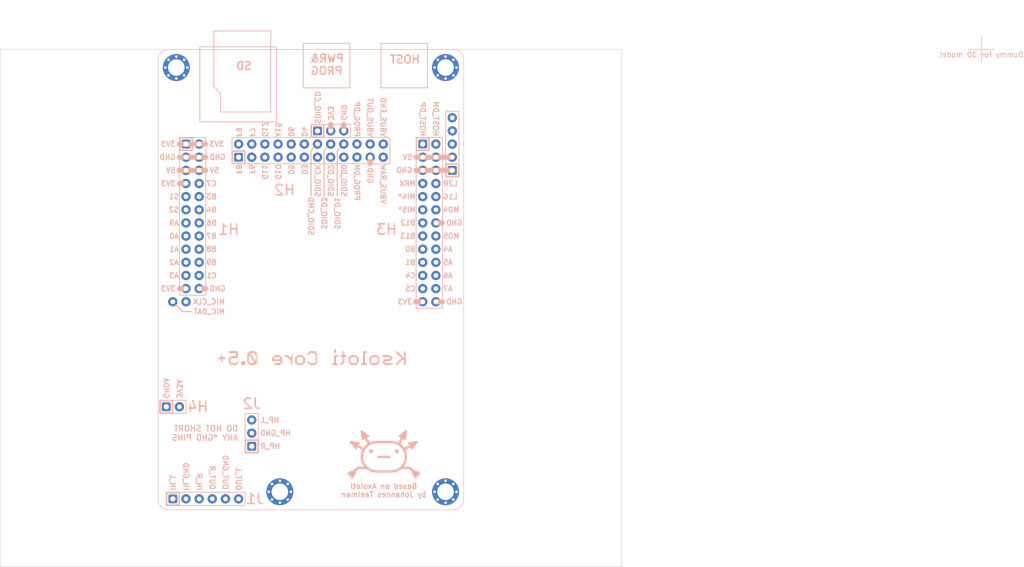
<source format=kicad_pcb>
(kicad_pcb (version 20221018) (generator pcbnew)
  (title_block (title "Ksoloti Core") (date "2023-08-21") (rev "v0.6"))
  (layers (0 "F.Cu" signal) (1 "In1.Cu" signal) (2 "In2.Cu" signal) (31 "B.Cu" signal) (34 "B.Paste" user) (35 "F.Paste" user) (36 "B.SilkS" user "B.Silkscreen") (37 "F.SilkS" user "F.Silkscreen") (38 "B.Mask" user) (39 "F.Mask" user) (44 "Edge.Cuts" user))
  (net 0 "")
  (net 1 "GND")
  (net 2 "PC7")
  (net 3 "S1_BOOT0")
  (net 4 "PB3")
  (net 5 "S2")
  (net 6 "PB4")
  (net 7 "PA9")
  (net 8 "PB6")
  (net 9 "PA0")
  (net 10 "PB7")
  (net 11 "PA1")
  (net 12 "PB8")
  (net 13 "+3.3V")
  (net 14 "PA2")
  (net 15 "PB9")
  (net 16 "PA3")
  (net 17 "PC1")
  (net 18 "PF8")
  (net 19 "PF9")
  (net 20 "PF6")
  (net 21 "PF7")
  (net 22 "PG11")
  (net 23 "+5V")
  (net 24 "VBUS_OUT")
  (net 25 "PG12")
  (net 26 "PG10")
  (net 27 "PA15")
  (net 28 "VBUS_RAW")
  (net 29 "PD5")
  (net 30 "PD6")
  (net 31 "PD3")
  (net 32 "PD4")
  (net 33 "SDIO_CK")
  (net 34 "SDIO_CMD")
  (net 35 "SDIO_D2")
  (net 36 "SDIO_D3")
  (net 37 "VBUS_END")
  (net 38 "SDIO_D0")
  (net 39 "SDIO_D1")
  (net 40 "PROG_DM")
  (net 41 "PROG_DP")
  (net 42 "HOST_DP")
  (net 43 "HOST_DM")
  (net 44 "MIDI_RX")
  (net 45 "LED2R")
  (net 46 "MI4*")
  (net 47 "LED1G")
  (net 48 "MI5*")
  (net 49 "MO4")
  (net 50 "PB12")
  (net 51 "PB13")
  (net 52 "MO5")
  (net 53 "PB0")
  (net 54 "PA4")
  (net 55 "PB1")
  (net 56 "PA5")
  (net 57 "PC4")
  (net 58 "PA6")
  (net 59 "PC5")
  (net 60 "PA7")
  (net 61 "SDIO_DETECT")
  (net 62 "DMIC_DATA")
  (net 63 "IN_L")
  (net 64 "IN_GND")
  (net 65 "IN_R")
  (net 66 "OUT_R")
  (net 67 "OUT_GND")
  (net 68 "OUT_L")
  (net 69 "HP_R")
  (net 70 "HP_GND")
  (net 71 "HP_L")
  (net 72 "MIDI_TX")
  (net 73 "GNDA")
  (net 74 "+3.3VA")
  (net 75 "DMIC_CLK")
  (footprint "ksoloti_shield_footprints:PinSocket_1x01_P2.54mm_Vertical_smcrt_round" (layer "B.Cu") (at 170.184096 78.998 180)
    (fp_text reference "H3_P13" hide)
    (fp_text value "PB12")
    (pad "1" thru_hole circle (at 0 0 180) (size 1.8 1.8) (drill 0.9) (layers "*.Cu" "*.Mask") (net 50 "PB12"))
  )
  (footprint "ksoloti_shield_footprints:PinSocket_1x01_P2.54mm_Vertical_smcrt_round" (layer "B.Cu") (at 124.464096 68.838 180)
    (fp_text reference "H1_P5" hide)
    (fp_text value "+5V")
    (pad "1" thru_hole circle (at 0 0 180) (size 1.8 1.8) (drill 0.9) (layers "*.Cu" "*.Mask") (net 23 "+5V"))
  )
  (footprint "ksoloti_shield_footprints:PinSocket_1x01_P2.54mm_Vertical_smcrt_round" (layer "B.Cu") (at 127.004096 86.618 180)
    (fp_text reference "H1_P20" hide)
    (fp_text value "PB9")
    (pad "1" thru_hole circle (at 0 0 180) (size 1.8 1.8) (drill 0.9) (layers "*.Cu" "*.Mask") (net 15 "PB9"))
  )
  (footprint "ksoloti_shield_footprints:PinSocket_1x01_P2.54mm_Vertical_smcrt_round" (layer "B.Cu") (at 172.724096 94.238 180)
    (fp_text reference "H3_P26" hide)
    (fp_text value "GND")
    (pad "1" thru_hole circle (at 0 0 180) (size 1.8 1.8) (drill 0.9) (layers "*.Cu" "*.Mask") (net 1 "GND"))
  )
  (footprint "ksoloti_shield_footprints:PinSocket_1x01_P2.54mm_Vertical_smcrt_round" (layer "B.Cu") (at 172.724096 68.838 180)
    (fp_text reference "H3_P6" hide)
    (fp_text value "GND")
    (pad "1" thru_hole circle (at 0 0 180) (size 1.8 1.8) (drill 0.9) (layers "*.Cu" "*.Mask") (net 1 "GND"))
  )
  (footprint "ksoloti_shield_footprints:PinSocket_1x01_P2.54mm_Vertical_smcrt_round" (layer "B.Cu") (at 172.724096 76.458 180)
    (fp_text reference "H3_P12" hide)
    (fp_text value "MO4")
    (pad "1" thru_hole circle (at 0 0 180) (size 1.8 1.8) (drill 0.9) (layers "*.Cu" "*.Mask") (net 49 "MO4"))
  )
  (footprint "ksoloti_shield_footprints:PinSocket_1x01_P2.54mm_Vertical_smcrt_sqr" (layer "B.Cu") (at 121.924096 132.338 180)
    (fp_text reference "J1_P1" hide)
    (fp_text value "IN_L")
    (pad "1" thru_hole roundrect (at 0 0 180) (size 1.7 1.7) (drill 1) (layers "*.Cu" "*.Mask") (roundrect_rratio 0.1470588235) (net 63 "IN_L"))
  )
  (footprint "ksoloti_shield_footprints:PinSocket_1x01_P2.54mm_Vertical_smcrt_round" (layer "B.Cu") (at 172.724096 73.918 180)
    (fp_text reference "H3_P10" hide)
    (fp_text value "LED1G")
    (pad "1" thru_hole circle (at 0 0 180) (size 1.8 1.8) (drill 0.9) (layers "*.Cu" "*.Mask") (net 47 "LED1G"))
  )
  (footprint "ksoloti_shield_footprints:PinSocket_1x01_P2.54mm_Vertical_smcrt_sqr" (layer "B.Cu") (at 120.654096 114.543 180)
    (fp_text reference "H4_P1" hide)
    (fp_text value "GNDA")
    (pad "1" thru_hole roundrect (at 0 0 180) (size 1.7 1.7) (drill 1) (layers "*.Cu" "*.Mask") (roundrect_rratio 0.1470588235) (net 73 "GNDA"))
  )
  (footprint "ksoloti_shield_footprints:PinSocket_1x01_P2.54mm_Vertical_smcrt_round" (layer "B.Cu") (at 142.244096 63.758 180)
    (fp_text reference "H2_P8" hide)
    (fp_text value "PA15")
    (pad "1" thru_hole circle (at 0 0 180) (size 1.8 1.8) (drill 0.9) (layers "*.Cu" "*.Mask") (net 27 "PA15"))
  )
  (footprint "ksoloti_shield_footprints:PinSocket_1x01_P2.54mm_Vertical_smcrt_round" (layer "B.Cu") (at 170.184096 94.238 180)
    (fp_text reference "H3_P25" hide)
    (fp_text value "+3.3V")
    (pad "1" thru_hole circle (at 0 0 180) (size 1.8 1.8) (drill 0.9) (layers "*.Cu" "*.Mask") (net 13 "+3.3V"))
  )
  (footprint "ksoloti_shield_footprints:PinSocket_1x01_P2.54mm_Vertical_smcrt_round" (layer "B.Cu") (at 160.024096 66.298 180)
    (fp_text reference "H2_P21" hide)
    (fp_text value "GND")
    (pad "1" thru_hole circle (at 0 0 180) (size 1.8 1.8) (drill 0.9) (layers "*.Cu" "*.Mask") (net 1 "GND"))
  )
  (footprint "ksoloti_shield_footprints:PinSocket_1x01_P2.54mm_Vertical_smcrt_round" (layer "B.Cu") (at 172.724096 81.538 180)
    (fp_text reference "H3_P16" hide)
    (fp_text value "MO5")
    (pad "1" thru_hole circle (at 0 0 180) (size 1.8 1.8) (drill 0.9) (layers "*.Cu" "*.Mask") (net 52 "MO5"))
  )
  (footprint "ksoloti_shield_footprints:PinSocket_1x01_P2.54mm_Vertical_smcrt_round" (layer "B.Cu") (at 170.184096 89.158 180)
    (fp_text reference "H3_P21" hide)
    (fp_text value "PC4")
    (pad "1" thru_hole circle (at 0 0 180) (size 1.8 1.8) (drill 0.9) (layers "*.Cu" "*.Mask") (net 57 "PC4"))
  )
  (footprint "ksoloti_shield_footprints:PinSocket_1x01_P2.54mm_Vertical_smcrt_round" (layer "B.Cu") (at 147.324096 63.758 180)
    (fp_text reference "H2_P12" hide)
    (fp_text value "PD4")
    (pad "1" thru_hole circle (at 0 0 180) (size 1.8 1.8) (drill 0.9) (layers "*.Cu" "*.Mask") (net 32 "PD4"))
  )
  (footprint "ksoloti_shield_footprints:PinSocket_1x01_P2.54mm_Vertical_smcrt_round" (layer "B.Cu") (at 144.784096 63.758 180)
    (fp_text reference "H2_P10" hide)
    (fp_text value "PD6")
    (pad "1" thru_hole circle (at 0 0 180) (size 1.8 1.8) (drill 0.9) (layers "*.Cu" "*.Mask") (net 30 "PD6"))
  )
  (footprint "ksoloti_shield_footprints:PinSocket_1x01_P2.54mm_Vertical_smcrt_round" (layer "B.Cu") (at 170.184096 66.298 180)
    (fp_text reference "H3_P3" hide)
    (fp_text value "+5V")
    (pad "1" thru_hole circle (at 0 0 180) (size 1.8 1.8) (drill 0.9) (layers "*.Cu" "*.Mask") (net 23 "+5V"))
  )
  (footprint "ksoloti_shield_footprints:PinSocket_1x01_P2.54mm_Vertical_smcrt_round" (layer "B.Cu") (at 124.464096 86.618 180)
    (fp_text reference "H1_P19" hide)
    (fp_text value "PA2")
    (pad "1" thru_hole circle (at 0 0 180) (size 1.8 1.8) (drill 0.9) (layers "*.Cu" "*.Mask") (net 14 "PA2"))
  )
  (footprint "ksoloti_shield_footprints:PinSocket_1x01_P2.54mm_Vertical_smcrt_round" (layer "B.Cu") (at 124.464096 71.378 180)
    (fp_text reference "H1_P7" hide)
    (fp_text value "+3.3V")
    (pad "1" thru_hole circle (at 0 0 180) (size 1.8 1.8) (drill 0.9) (layers "*.Cu" "*.Mask") (net 13 "+3.3V"))
  )
  (footprint "ksoloti_shield_footprints:MountingHole_3.2mm_M3_Pad_Via_tight" (layer "B.Cu") (at 122.594096 48.968 180)
    (fp_text reference "MH1")
    (fp_text value "MountingHole")
    (pad "1" thru_hole circle (at -2.116422 0 315) (size 0.8 0.8) (drill 0.5) (layers "*.Cu" "*.Mask") (net 1 "GND"))
    (pad "1" thru_hole circle (at -1.502603 -1.502603 315) (size 0.8 0.8) (drill 0.5) (layers "*.Cu" "*.Mask") (net 1 "GND"))
    (pad "1" thru_hole circle (at -1.502603 1.502603 315) (size 0.8 0.8) (drill 0.5) (layers "*.Cu" "*.Mask") (net 1 "GND"))
    (pad "1" thru_hole circle (at 0 -2.116422 315) (size 0.8 0.8) (drill 0.5) (layers "*.Cu" "*.Mask") (net 1 "GND"))
    (pad "1" thru_hole circle (at 0 0 315) (size 5.2 5.2) (drill 3.2) (layers "*.Cu" "*.Mask") (net 1 "GND"))
    (pad "1" thru_hole circle (at 0 2.116422 315) (size 0.8 0.8) (drill 0.5) (layers "*.Cu" "*.Mask") (net 1 "GND"))
    (pad "1" thru_hole circle (at 1.502603 -1.502603 315) (size 0.8 0.8) (drill 0.5) (layers "*.Cu" "*.Mask") (net 1 "GND"))
    (pad "1" thru_hole circle (at 1.502603 1.502603 315) (size 0.8 0.8) (drill 0.5) (layers "*.Cu" "*.Mask") (net 1 "GND"))
    (pad "1" thru_hole circle (at 2.116422 0 315) (size 0.8 0.8) (drill 0.5) (layers "*.Cu" "*.Mask") (net 1 "GND"))
  )
  (footprint "ksoloti_shield_footprints:PinSocket_1x01_P2.54mm_Vertical_smcrt_round" (layer "B.Cu") (at 127.004096 63.758 180)
    (fp_text reference "H1_P2" hide)
    (fp_text value "+3.3V")
    (pad "1" thru_hole circle (at 0 0 180) (size 1.8 1.8) (drill 0.9) (layers "*.Cu" "*.Mask") (net 13 "+3.3V"))
  )
  (footprint "ksoloti_shield_footprints:PinSocket_1x01_P2.54mm_Vertical_smcrt_sqr" (layer "B.Cu") (at 170.184096 63.758 180)
    (fp_text reference "H3_P1" hide)
    (fp_text value "HOST_DP")
    (pad "1" thru_hole roundrect (at 0 0 180) (size 1.7 1.7) (drill 1) (layers "*.Cu" "*.Mask") (roundrect_rratio 0.1470588235) (net 42 "HOST_DP"))
  )
  (footprint "ksoloti_shield_footprints:PinSocket_1x01_P2.54mm_Vertical_smcrt_round" (layer "B.Cu") (at 142.244096 66.298 180)
    (fp_text reference "H2_P7" hide)
    (fp_text value "PG10")
    (pad "1" thru_hole circle (at 0 0 180) (size 1.8 1.8) (drill 0.9) (layers "*.Cu" "*.Mask") (net 26 "PG10"))
  )
  (footprint "ksoloti_shield_footprints:PinSocket_1x01_P2.54mm_Vertical_smcrt_round" (layer "B.Cu") (at 172.724096 78.998 180)
    (fp_text reference "H3_P14" hide)
    (fp_text value "GND")
    (pad "1" thru_hole circle (at 0 0 180) (size 1.8 1.8) (drill 0.9) (layers "*.Cu" "*.Mask") (net 1 "GND"))
  )
  (footprint "ksoloti_shield_footprints:PinSocket_1x01_P2.54mm_Vertical_smcrt_sqr" (layer "B.Cu") (at 134.624096 66.298 90)
    (fp_text reference "H2_P1" hide)
    (fp_text value "PF8")
    (pad "1" thru_hole roundrect (at 0 0 90) (size 1.7 1.7) (drill 1) (layers "*.Cu" "*.Mask") (roundrect_rratio 0.1470588235) (net 18 "PF8"))
  )
  (footprint "ksoloti_shield_footprints:PinSocket_1x01_P2.54mm_Vertical_smcrt_sqr" (layer "B.Cu") (at 137.164096 122.178 180)
    (fp_text reference "J2_P1" hide)
    (fp_text value "HP_R")
    (pad "1" thru_hole roundrect (at 0 0 180) (size 1.7 1.7) (drill 1) (layers "*.Cu" "*.Mask") (roundrect_rratio 0.1470588235) (net 69 "HP_R"))
  )
  (footprint "ksoloti_shield_footprints:PinSocket_1x01_P2.54mm_Vertical_smcrt_round" (layer "B.Cu") (at 172.724096 84.078 180)
    (fp_text reference "H3_P18" hide)
    (fp_text value "PA4")
    (pad "1" thru_hole circle (at 0 0 180) (size 1.8 1.8) (drill 0.9) (layers "*.Cu" "*.Mask") (net 54 "PA4"))
  )
  (footprint "ksoloti_shield_footprints:PinSocket_1x01_P2.54mm_Vertical_smcrt_round" (layer "B.Cu") (at 124.464096 66.298 180)
    (fp_text reference "H1_P3" hide)
    (fp_text value "GND")
    (pad "1" thru_hole circle (at 0 0 180) (size 1.8 1.8) (drill 0.9) (layers "*.Cu" "*.Mask") (net 1 "GND"))
  )
  (footprint "ksoloti_shield_footprints:PinSocket_1x01_P2.54mm_Vertical_smcrt_round" (layer "B.Cu") (at 134.624096 63.758 180)
    (fp_text reference "H2_P2" hide)
    (fp_text value "PF9")
    (pad "1" thru_hole circle (at 0 0 180) (size 1.8 1.8) (drill 0.9) (layers "*.Cu" "*.Mask") (net 19 "PF9"))
  )
  (footprint "ksoloti_shield_footprints:PinSocket_1x01_P2.54mm_Vertical_smcrt_round" (layer "B.Cu") (at 127.004096 89.158 180)
    (fp_text reference "H1_P22" hide)
    (fp_text value "PC1")
    (pad "1" thru_hole circle (at 0 0 180) (size 1.8 1.8) (drill 0.9) (layers "*.Cu" "*.Mask") (net 17 "PC1"))
  )
  (footprint "ksoloti_shield_footprints:PinSocket_1x01_P2.54mm_Vertical_smcrt_round" (layer "B.Cu") (at 132.084096 132.338 180)
    (fp_text reference "J1_P5" hide)
    (fp_text value "OUT_GND")
    (pad "1" thru_hole circle (at 0 0 180) (size 1.8 1.8) (drill 0.9) (layers "*.Cu" "*.Mask") (net 67 "OUT_GND"))
  )
  (footprint "ksoloti_shield_footprints:PinSocket_1x01_P2.54mm_Vertical_smcrt_round" (layer "B.Cu") (at 157.484096 63.758 180)
    (fp_text reference "H2_P20" hide)
    (fp_text value "PROG_DP")
    (pad "1" thru_hole circle (at 0 0 180) (size 1.8 1.8) (drill 0.9) (layers "*.Cu" "*.Mask") (net 41 "PROG_DP"))
  )
  (footprint "ksoloti_shield_footprints:PinSocket_1x01_P2.54mm_Vertical_smcrt_round" (layer "B.Cu") (at 134.624096 132.338 180)
    (fp_text reference "J1_P6" hide)
    (fp_text value "OUT_L")
    (pad "1" thru_hole circle (at 0 0 180) (size 1.8 1.8) (drill 0.9) (layers "*.Cu" "*.Mask") (net 68 "OUT_L"))
  )
  (footprint "ksoloti_shield_footprints:PinSocket_1x01_P2.54mm_Vertical_smcrt_round" (layer "B.Cu") (at 152.404096 63.758 180)
    (fp_text reference "H2_P16" hide)
    (fp_text value "SDIO_D3")
    (pad "1" thru_hole circle (at 0 0 180) (size 1.8 1.8) (drill 0.9) (layers "*.Cu" "*.Mask") (net 36 "SDIO_D3"))
  )
  (footprint "ksoloti_shield_footprints:PinSocket_1x01_P2.54mm_Vertical_smcrt_round" (layer "B.Cu") (at 129.544096 132.338 180)
    (fp_text reference "J1_P4" hide)
    (fp_text value "OUT_R")
    (pad "1" thru_hole circle (at 0 0 180) (size 1.8 1.8) (drill 0.9) (layers "*.Cu" "*.Mask") (net 66 "OUT_R"))
  )
  (footprint "ksoloti_shield_footprints:PinSocket_1x01_P2.54mm_Vertical_smcrt_round" (layer "B.Cu") (at 137.164096 66.298 180)
    (fp_text reference "H2_P3" hide)
    (fp_text value "PF6")
    (pad "1" thru_hole circle (at 0 0 180) (size 1.8 1.8) (drill 0.9) (layers "*.Cu" "*.Mask") (net 20 "PF6"))
  )
  (footprint "ksoloti_shield_footprints:MountingHole_3.2mm_M3_Pad_Via_tight" (layer "B.Cu") (at 142.594096 130.968 180)
    (fp_text reference "MH2")
    (fp_text value "MountingHole")
    (pad "1" thru_hole circle (at -2.116422 0 315) (size 0.8 0.8) (drill 0.5) (layers "*.Cu" "*.Mask") (net 1 "GND"))
    (pad "1" thru_hole circle (at -1.502603 -1.502603 315) (size 0.8 0.8) (drill 0.5) (layers "*.Cu" "*.Mask") (net 1 "GND"))
    (pad "1" thru_hole circle (at -1.502603 1.502603 315) (size 0.8 0.8) (drill 0.5) (layers "*.Cu" "*.Mask") (net 1 "GND"))
    (pad "1" thru_hole circle (at 0 -2.116422 315) (size 0.8 0.8) (drill 0.5) (layers "*.Cu" "*.Mask") (net 1 "GND"))
    (pad "1" thru_hole circle (at 0 0 315) (size 5.2 5.2) (drill 3.2) (layers "*.Cu" "*.Mask") (net 1 "GND"))
    (pad "1" thru_hole circle (at 0 2.116422 315) (size 0.8 0.8) (drill 0.5) (layers "*.Cu" "*.Mask") (net 1 "GND"))
    (pad "1" thru_hole circle (at 1.502603 -1.502603 315) (size 0.8 0.8) (drill 0.5) (layers "*.Cu" "*.Mask") (net 1 "GND"))
    (pad "1" thru_hole circle (at 1.502603 1.502603 315) (size 0.8 0.8) (drill 0.5) (layers "*.Cu" "*.Mask") (net 1 "GND"))
    (pad "1" thru_hole circle (at 2.116422 0 315) (size 0.8 0.8) (drill 0.5) (layers "*.Cu" "*.Mask") (net 1 "GND"))
  )
  (footprint "ksoloti_shield_footprints:MountingHole_3.2mm_M3_Pad_Via_tight" (layer "B.Cu") (at 174.594096 48.968 180)
    (fp_text reference "MH4")
    (fp_text value "MountingHole")
    (pad "1" thru_hole circle (at -2.116422 0 315) (size 0.8 0.8) (drill 0.5) (layers "*.Cu" "*.Mask") (net 1 "GND"))
    (pad "1" thru_hole circle (at -1.502603 -1.502603 315) (size 0.8 0.8) (drill 0.5) (layers "*.Cu" "*.Mask") (net 1 "GND"))
    (pad "1" thru_hole circle (at -1.502603 1.502603 315) (size 0.8 0.8) (drill 0.5) (layers "*.Cu" "*.Mask") (net 1 "GND"))
    (pad "1" thru_hole circle (at 0 -2.116422 315) (size 0.8 0.8) (drill 0.5) (layers "*.Cu" "*.Mask") (net 1 "GND"))
    (pad "1" thru_hole circle (at 0 0 315) (size 5.2 5.2) (drill 3.2) (layers "*.Cu" "*.Mask") (net 1 "GND"))
    (pad "1" thru_hole circle (at 0 2.116422 315) (size 0.8 0.8) (drill 0.5) (layers "*.Cu" "*.Mask") (net 1 "GND"))
    (pad "1" thru_hole circle (at 1.502603 -1.502603 315) (size 0.8 0.8) (drill 0.5) (layers "*.Cu" "*.Mask") (net 1 "GND"))
    (pad "1" thru_hole circle (at 1.502603 1.502603 315) (size 0.8 0.8) (drill 0.5) (layers "*.Cu" "*.Mask") (net 1 "GND"))
    (pad "1" thru_hole circle (at 2.116422 0 315) (size 0.8 0.8) (drill 0.5) (layers "*.Cu" "*.Mask") (net 1 "GND"))
  )
  (footprint "ksoloti_shield_footprints:PinSocket_1x01_P2.54mm_Vertical_smcrt_round" (layer "B.Cu") (at 154.944096 66.298 180)
    (fp_text reference "H2_P17" hide)
    (fp_text value "SDIO_D0")
    (pad "1" thru_hole circle (at 0 0 180) (size 1.8 1.8) (drill 0.9) (layers "*.Cu" "*.Mask") (net 38 "SDIO_D0"))
  )
  (footprint "ksoloti_shield_footprints:PinSocket_1x01_P2.54mm_Vertical_smcrt_round" (layer "B.Cu") (at 139.704096 63.758 180)
    (fp_text reference "H2_P6" hide)
    (fp_text value "PG12")
    (pad "1" thru_hole circle (at 0 0 180) (size 1.8 1.8) (drill 0.9) (layers "*.Cu" "*.Mask") (net 25 "PG12"))
  )
  (footprint "ksoloti_shield_footprints:PinSocket_1x01_P2.54mm_Vertical_smcrt_round" (layer "B.Cu") (at 127.004096 68.838 180)
    (fp_text reference "H1_P6" hide)
    (fp_text value "+5V")
    (pad "1" thru_hole circle (at 0 0 180) (size 1.8 1.8) (drill 0.9) (layers "*.Cu" "*.Mask") (net 23 "+5V"))
  )
  (footprint "ksoloti_shield_footprints:Dummy for 3D model" (layer "B.Cu") (at 278.094096 45.468 180)
    (fp_text reference "DUMMY1" hide)
    (fp_text value "Dummy for 3D model" (at 0 -1 unlocked) (layer "B.SilkS") (effects (justify mirror)))
  )
  (footprint "ksoloti_shield_footprints:PinSocket_1x01_P2.54mm_Vertical_smcrt_round" (layer "B.Cu") (at 170.184096 86.618 180)
    (fp_text reference "H3_P19" hide)
    (fp_text value "PB1")
    (pad "1" thru_hole circle (at 0 0 180) (size 1.8 1.8) (drill 0.9) (layers "*.Cu" "*.Mask") (net 55 "PB1"))
  )
  (footprint "ksoloti_shield_footprints:PinSocket_1x01_P2.54mm_Vertical_smcrt_round" (layer "B.Cu") (at 175.899096 58.678 180)
    (fp_text reference "J8_P5" hide)
    (fp_text value "VBUS_END")
    (pad "1" thru_hole circle (at 0 0 180) (size 1.8 1.8) (drill 0.9) (layers "*.Cu" "*.Mask") (net 37 "VBUS_END"))
  )
  (footprint "ksoloti_shield_footprints:PinSocket_1x01_P2.54mm_Vertical_smcrt_round" (layer "B.Cu") (at 162.564096 63.758 180)
    (fp_text reference "H2_P24" hide)
    (fp_text value "VBUS_END")
    (pad "1" thru_hole circle (at 0 0 180) (size 1.8 1.8) (drill 0.9) (layers "*.Cu" "*.Mask") (net 37 "VBUS_END"))
  )
  (footprint "ksoloti_shield_footprints:PinSocket_1x01_P2.54mm_Vertical_smcrt_round" (layer "B.Cu") (at 137.164096 117.098 180)
    (fp_text reference "J2_P3" hide)
    (fp_text value "HP_L")
    (pad "1" thru_hole circle (at 0 0 180) (size 1.8 1.8) (drill 0.9) (layers "*.Cu" "*.Mask") (net 71 "HP_L"))
  )
  (footprint "ksoloti_shield_footprints:PinSocket_1x01_P2.54mm_Vertical_smcrt_round" (layer "B.Cu") (at 124.464096 78.998 180)
    (fp_text reference "H1_P13" hide)
    (fp_text value "PA9")
    (pad "1" thru_hole circle (at 0 0 180) (size 1.8 1.8) (drill 0.9) (layers "*.Cu" "*.Mask") (net 7 "PA9"))
  )
  (footprint "ksoloti_shield_footprints:PinSocket_1x01_P2.54mm_Vertical_smcrt_round" (layer "B.Cu") (at 127.004096 84.078 180)
    (fp_text reference "H1_P18" hide)
    (fp_text value "PB8")
    (pad "1" thru_hole circle (at 0 0 180) (size 1.8 1.8) (drill 0.9) (layers "*.Cu" "*.Mask") (net 12 "PB8"))
  )
  (footprint "LOGO" (layer "B.Cu") (at 162.773112 123.575 180)
    (fp_text reference "G513513")
    (fp_text value "LOGO")
  )
  (footprint "ksoloti_shield_footprints:PinSocket_1x01_P2.54mm_Vertical_smcrt_round" (layer "B.Cu") (at 172.724096 91.698 180)
    (fp_text reference "H3_P24" hide)
    (fp_text value "PA7")
    (pad "1" thru_hole circle (at 0 0 180) (size 1.8 1.8) (drill 0.9) (layers "*.Cu" "*.Mask") (net 60 "PA7"))
  )
  (footprint "ksoloti_shield_footprints:PinSocket_1x01_P2.54mm_Vertical_smcrt_round" (layer "B.Cu") (at 170.184096 91.698 180)
    (fp_text reference "H3_P23" hide)
    (fp_text value "PC5")
    (pad "1" thru_hole circle (at 0 0 180) (size 1.8 1.8) (drill 0.9) (layers "*.Cu" "*.Mask") (net 59 "PC5"))
  )
  (footprint "ksoloti_shield_footprints:PinSocket_1x01_P2.54mm_Vertical_smcrt_round" (layer "B.Cu") (at 127.004096 78.998 180)
    (fp_text reference "H1_P14" hide)
    (fp_text value "PB6")
    (pad "1" thru_hole circle (at 0 0 180) (size 1.8 1.8) (drill 0.9) (layers "*.Cu" "*.Mask") (net 8 "PB6"))
  )
  (footprint "ksoloti_shield_footprints:PinSocket_1x01_P2.54mm_Vertical_smcrt_round" (layer "B.Cu") (at 127.004096 81.538 180)
    (fp_text reference "H1_P16" hide)
    (fp_text value "PB7")
    (pad "1" thru_hole circle (at 0 0 180) (size 1.8 1.8) (drill 0.9) (layers "*.Cu" "*.Mask") (net 10 "PB7"))
  )
  (footprint "ksoloti_shield_footprints:PinSocket_1x01_P2.54mm_Vertical_smcrt_round" (layer "B.Cu") (at 170.184096 68.838 180)
    (fp_text reference "H3_P5" hide)
    (fp_text value "GND")
    (pad "1" thru_hole circle (at 0 0 180) (size 1.8 1.8) (drill 0.9) (layers "*.Cu" "*.Mask") (net 1 "GND"))
  )
  (footprint "ksoloti_shield_footprints:PinSocket_1x01_P2.54mm_Vertical_smcrt_round" (layer "B.Cu") (at 124.464096 84.078 180)
    (fp_text reference "H1_P17" hide)
    (fp_text value "PA1")
    (pad "1" thru_hole circle (at 0 0 180) (size 1.8 1.8) (drill 0.9) (layers "*.Cu" "*.Mask") (net 11 "PA1"))
  )
  (footprint "ksoloti_shield_footprints:PinSocket_1x01_P2.54mm_Vertical_smcrt_round" (layer "B.Cu") (at 157.484096 66.298 180)
    (fp_text reference "H2_P19" hide)
    (fp_text value "PROG_DM")
    (pad "1" thru_hole circle (at 0 0 180) (size 1.8 1.8) (drill 0.9) (layers "*.Cu" "*.Mask") (net 40 "PROG_DM"))
  )
  (footprint "ksoloti_shield_footprints:PinSocket_1x01_P2.54mm_Vertical_smcrt_round" (layer "B.Cu") (at 170.184096 71.378 180)
    (fp_text reference "H3_P7" hide)
    (fp_text value "MIDI_RX")
    (pad "1" thru_hole circle (at 0 0 180) (size 1.8 1.8) (drill 0.9) (layers "*.Cu" "*.Mask") (net 44 "MIDI_RX"))
  )
  (footprint "ksoloti_shield_footprints:PinSocket_1x01_P2.54mm_Vertical_smcrt_round" (layer "B.Cu") (at 127.004096 71.378 180)
    (fp_text reference "H1_P8" hide)
    (fp_text value "PC7")
    (pad "1" thru_hole circle (at 0 0 180) (size 1.8 1.8) (drill 0.9) (layers "*.Cu" "*.Mask") (net 2 "PC7"))
  )
  (footprint "ksoloti_shield_footprints:PinSocket_1x01_P2.54mm_Vertical_smcrt_round" (layer "B.Cu") (at 172.724096 89.158 180)
    (fp_text reference "H3_P22" hide)
    (fp_text value "PA6")
    (pad "1" thru_hole circle (at 0 0 180) (size 1.8 1.8) (drill 0.9) (layers "*.Cu" "*.Mask") (net 58 "PA6"))
  )
  (footprint "ksoloti_shield_footprints:PinSocket_1x01_P2.54mm_Vertical_smcrt_round" (layer "B.Cu") (at 149.864096 63.758 180)
    (fp_text reference "H2_P14" hide)
    (fp_text value "SDIO_CMD")
    (pad "1" thru_hole circle (at 0 0 180) (size 1.8 1.8) (drill 0.9) (layers "*.Cu" "*.Mask") (net 34 "SDIO_CMD"))
  )
  (footprint "ksoloti_shield_footprints:PinSocket_1x01_P2.54mm_Vertical_smcrt_round" (layer "B.Cu") (at 170.184096 84.078 180)
    (fp_text reference "H3_P17" hide)
    (fp_text value "PB0")
    (pad "1" thru_hole circle (at 0 0 180) (size 1.8 1.8) (drill 0.9) (layers "*.Cu" "*.Mask") (net 53 "PB0"))
  )
  (footprint "ksoloti_shield_footprints:PinSocket_1x01_P2.54mm_Vertical_smcrt_round" (layer "B.Cu") (at 170.184096 76.458 180)
    (fp_text reference "H3_P11" hide)
    (fp_text value "MI5")
    (pad "1" thru_hole circle (at 0 0 180) (size 1.8 1.8) (drill 0.9) (layers "*.Cu" "*.Mask") (net 48 "MI5*"))
  )
  (footprint "ksoloti_shield_footprints:PinSocket_1x01_P2.54mm_Vertical_smcrt_round" (layer "B.Cu") (at 137.164096 119.638 180)
    (fp_text reference "J2_P2" hide)
    (fp_text value "HP_GND")
    (pad "1" thru_hole circle (at 0 0 180) (size 1.8 1.8) (drill 0.9) (layers "*.Cu" "*.Mask") (net 70 "HP_GND"))
  )
  (footprint "ksoloti_shield_footprints:PinSocket_1x01_P2.54mm_Vertical_smcrt_round" (layer "B.Cu") (at 124.464096 132.338 180)
    (fp_text reference "J1_P2" hide)
    (fp_text value "IN_GND")
    (pad "1" thru_hole circle (at 0 0 180) (size 1.8 1.8) (drill 0.9) (layers "*.Cu" "*.Mask") (net 64 "IN_GND"))
  )
  (footprint "ksoloti_shield_footprints:PinSocket_1x01_P2.54mm_Vertical_smcrt_round" (layer "B.Cu") (at 170.184096 81.538 180)
    (fp_text reference "H3_P15" hide)
    (fp_text value "PB13")
    (pad "1" thru_hole circle (at 0 0 180) (size 1.8 1.8) (drill 0.9) (layers "*.Cu" "*.Mask") (net 51 "PB13"))
  )
  (footprint "ksoloti_shield_footprints:PinSocket_1x01_P2.54mm_Vertical_smcrt_round" (layer "B.Cu") (at 124.464096 94.238 180)
    (fp_text reference "H6_P2" hide)
    (fp_text value "DMIC_CLK")
    (pad "1" thru_hole circle (at 0 0 180) (size 1.8 1.8) (drill 0.9) (layers "*.Cu" "*.Mask") (net 75 "DMIC_CLK"))
  )
  (footprint "ksoloti_shield_footprints:PinSocket_1x01_P2.54mm_Vertical_smcrt_round" (layer "B.Cu") (at 124.464096 73.918 180)
    (fp_text reference "H1_P9" hide)
    (fp_text value "S1_BOOT0")
    (pad "1" thru_hole circle (at 0 0 180) (size 1.8 1.8) (drill 0.9) (layers "*.Cu" "*.Mask") (net 3 "S1_BOOT0"))
  )
  (footprint "ksoloti_shield_footprints:PinSocket_1x01_P2.54mm_Vertical_smcrt_round" (layer "B.Cu") (at 154.944096 63.758 180)
    (fp_text reference "H2_P18" hide)
    (fp_text value "SDIO_D1")
    (pad "1" thru_hole circle (at 0 0 180) (size 1.8 1.8) (drill 0.9) (layers "*.Cu" "*.Mask") (net 39 "SDIO_D1"))
  )
  (footprint "ksoloti_shield_footprints:PinSocket_1x01_P2.54mm_Vertical_smcrt_round" (layer "B.Cu") (at 121.924096 94.238 180)
    (fp_text reference "H6_P1" hide)
    (fp_text value "DMIC_DATA")
    (pad "1" thru_hole circle (at 0 0 180) (size 1.8 1.8) (drill 0.9) (layers "*.Cu" "*.Mask") (net 62 "DMIC_DATA"))
  )
  (footprint "ksoloti_shield_footprints:PinSocket_1x01_P2.54mm_Vertical_smcrt_round" (layer "B.Cu") (at 149.864096 66.298 180)
    (fp_text reference "H2_P13" hide)
    (fp_text value "SDIO_CK")
    (pad "1" thru_hole circle (at 0 0 180) (size 1.8 1.8) (drill 0.9) (layers "*.Cu" "*.Mask") (net 33 "SDIO_CK"))
  )
  (footprint "ksoloti_shield_footprints:PinSocket_1x01_P2.54mm_Vertical_smcrt_round" (layer "B.Cu") (at 175.899096 63.758 180)
    (fp_text reference "J8_P3" hide)
    (fp_text value "MIDI_RX*")
    (pad "1" thru_hole circle (at 0 0 180) (size 1.8 1.8) (drill 0.9) (layers "*.Cu" "*.Mask") (net 44 "MIDI_RX"))
  )
  (footprint "ksoloti_shield_footprints:PinSocket_1x01_P2.54mm_Vertical_smcrt_round" (layer "B.Cu") (at 127.004096 73.918 180)
    (fp_text reference "H1_P10" hide)
    (fp_text value "PB3")
    (pad "1" thru_hole circle (at 0 0 180) (size 1.8 1.8) (drill 0.9) (layers "*.Cu" "*.Mask") (net 4 "PB3"))
  )
  (footprint "ksoloti_shield_footprints:PinSocket_1x01_P2.54mm_Vertical_smcrt_round" (layer "B.Cu") (at 152.404096 66.298 180)
    (fp_text reference "H2_P15" hide)
    (fp_text value "SDIO_D2")
    (pad "1" thru_hole circle (at 0 0 180) (size 1.8 1.8) (drill 0.9) (layers "*.Cu" "*.Mask") (net 35 "SDIO_D2"))
  )
  (footprint "ksoloti_shield_footprints:PinSocket_1x01_P2.54mm_Vertical_smcrt_round" (layer "B.Cu") (at 170.184096 73.918 180)
    (fp_text reference "H3_P9" hide)
    (fp_text value "MI4")
    (pad "1" thru_hole circle (at 0 0 180) (size 1.8 1.8) (drill 0.9) (layers "*.Cu" "*.Mask") (net 46 "MI4*"))
  )
  (footprint "ksoloti_shield_footprints:PinSocket_1x01_P2.54mm_Vertical_smcrt_round" (layer "B.Cu") (at 124.464096 81.538 180)
    (fp_text reference "H1_P15" hide)
    (fp_text value "PA0")
    (pad "1" thru_hole circle (at 0 0 180) (size 1.8 1.8) (drill 0.9) (layers "*.Cu" "*.Mask") (net 9 "PA0"))
  )
  (footprint "ksoloti_shield_footprints:PinSocket_1x01_P2.54mm_Vertical_smcrt_round" (layer "B.Cu") (at 127.004096 66.298 180)
    (fp_text reference "H1_P4" hide)
    (fp_text value "GND")
    (pad "1" thru_hole circle (at 0 0 180) (size 1.8 1.8) (drill 0.9) (layers "*.Cu" "*.Mask") (net 1 "GND"))
  )
  (footprint "ksoloti_shield_footprints:PinSocket_1x01_P2.54mm_Vertical_smcrt_round" (layer "B.Cu") (at 147.324096 66.298 180)
    (fp_text reference "H2_P11" hide)
    (fp_text value "PD3")
    (pad "1" thru_hole circle (at 0 0 180) (size 1.8 1.8) (drill 0.9) (layers "*.Cu" "*.Mask") (net 31 "PD3"))
  )
  (footprint "ksoloti_shield_footprints:PinSocket_1x01_P2.54mm_Vertical_smcrt_round" (layer "B.Cu") (at 144.784096 66.298 180)
    (fp_text reference "H2_P9" hide)
    (fp_text value "PD5")
    (pad "1" thru_hole circle (at 0 0 180) (size 1.8 1.8) (drill 0.9) (layers "*.Cu" "*.Mask") (net 29 "PD5"))
  )
  (footprint "ksoloti_shield_footprints:PinSocket_1x01_P2.54mm_Vertical_smcrt_round" (layer "B.Cu") (at 172.724096 66.298 180)
    (fp_text reference "H3_P4" hide)
    (fp_text value "+5V")
    (pad "1" thru_hole circle (at 0 0 180) (size 1.8 1.8) (drill 0.9) (layers "*.Cu" "*.Mask") (net 23 "+5V"))
  )
  (footprint "ksoloti_shield_footprints:PinSocket_1x01_P2.54mm_Vertical_smcrt_round" (layer "B.Cu") (at 127.004096 132.338 180)
    (fp_text reference "J1_P3" hide)
    (fp_text value "IN_R")
    (pad "1" thru_hole circle (at 0 0 180) (size 1.8 1.8) (drill 0.9) (layers "*.Cu" "*.Mask") (net 65 "IN_R"))
  )
  (footprint "ksoloti_shield_footprints:PinSocket_1x01_P2.54mm_Vertical_smcrt_sqr" (layer "B.Cu") (at 175.899096 68.838 180)
    (fp_text reference "J8_P1" hide)
    (fp_text value "GND")
    (pad "1" thru_hole roundrect (at 0 0 180) (size 1.7 1.7) (drill 1) (layers "*.Cu" "*.Mask") (roundrect_rratio 0.1470588235) (net 1 "GND"))
  )
  (footprint "ksoloti_shield_footprints:PinSocket_1x01_P2.54mm_Vertical_smcrt_round" (layer "B.Cu") (at 172.724096 63.758 180)
    (fp_text reference "H3_P2" hide)
    (fp_text value "HOST_DM")
    (pad "1" thru_hole circle (at 0 0 180) (size 1.8 1.8) (drill 0.9) (layers "*.Cu" "*.Mask") (net 43 "HOST_DM"))
  )
  (footprint "ksoloti_shield_footprints:PinSocket_1x01_P2.54mm_Vertical_smcrt_round" (layer "B.Cu") (at 124.464096 91.698 180)
    (fp_text reference "H1_P23" hide)
    (fp_text value "+3.3V")
    (pad "1" thru_hole circle (at 0 0 180) (size 1.8 1.8) (drill 0.9) (layers "*.Cu" "*.Mask") (net 13 "+3.3V"))
  )
  (footprint "ksoloti_shield_footprints:PinSocket_1x01_P2.54mm_Vertical_smcrt_round" (layer "B.Cu") (at 123.194096 114.543 180)
    (fp_text reference "H4_P2" hide)
    (fp_text value "+3.3VA")
    (pad "1" thru_hole circle (at 0 0 180) (size 1.8 1.8) (drill 0.9) (layers "*.Cu" "*.Mask") (net 74 "+3.3VA"))
  )
  (footprint "ksoloti_shield_footprints:PinSocket_1x01_P2.54mm_Vertical_smcrt_sqr" (layer "B.Cu") (at 124.464096 63.758 180)
    (fp_text reference "H1_P1" hide)
    (fp_text value "+3.3V")
    (pad "1" thru_hole roundrect (at 0 0 180) (size 1.7 1.7) (drill 1) (layers "*.Cu" "*.Mask") (roundrect_rratio 0.1470588235) (net 13 "+3.3V"))
  )
  (footprint "ksoloti_shield_footprints:PinSocket_1x01_P2.54mm_Vertical_smcrt_round" (layer "B.Cu") (at 162.564096 66.298 180)
    (fp_text reference "H2_P23" hide)
    (fp_text value "VBUS_RAW")
    (pad "1" thru_hole circle (at 0 0 180) (size 1.8 1.8) (drill 0.9) (layers "*.Cu" "*.Mask") (net 28 "VBUS_RAW"))
  )
  (footprint "ksoloti_shield_footprints:PinSocket_1x01_P2.54mm_Vertical_smcrt_round" (layer "B.Cu") (at 127.004096 76.458 180)
    (fp_text reference "H1_P12" hide)
    (fp_text value "PB4")
    (pad "1" thru_hole circle (at 0 0 180) (size 1.8 1.8) (drill 0.9) (layers "*.Cu" "*.Mask") (net 6 "PB4"))
  )
  (footprint "ksoloti_shield_footprints:PinSocket_1x01_P2.54mm_Vertical_smcrt_round" (layer "B.Cu") (at 172.724096 86.618 180)
    (fp_text reference "H3_P20" hide)
    (fp_text value "PA5")
    (pad "1" thru_hole circle (at 0 0 180) (size 1.8 1.8) (drill 0.9) (layers "*.Cu" "*.Mask") (net 56 "PA5"))
  )
  (footprint "ksoloti_shield_footprints:PinSocket_1x01_P2.54mm_Vertical_smcrt_round" (layer "B.Cu") (at 160.024096 63.758 180)
    (fp_text reference "H2_P22" hide)
    (fp_text value "VBUS_OUT")
    (pad "1" thru_hole circle (at 0 0 180) (size 1.8 1.8) (drill 0.9) (layers "*.Cu" "*.Mask") (net 24 "VBUS_OUT"))
  )
  (footprint "ksoloti_shield_footprints:PinSocket_1x01_P2.54mm_Vertical_smcrt_round" (layer "B.Cu") (at 139.704096 66.298 180)
    (fp_text reference "H2_P5" hide)
    (fp_text value "PG11")
    (pad "1" thru_hole circle (at 0 0 180) (size 1.8 1.8) (drill 0.9) (layers "*.Cu" "*.Mask") (net 22 "PG11"))
  )
  (footprint "ksoloti_shield_footprints:PinSocket_1x01_P2.54mm_Vertical_smcrt_sqr" (layer "B.Cu") (at 149.864096 61.218 180)
    (fp_text reference "H5_P1" hide)
    (fp_text value "SDIO_DETECT")
    (pad "1" thru_hole roundrect (at 0 0 180) (size 1.7 1.7) (drill 1) (layers "*.Cu" "*.Mask") (roundrect_rratio 0.1470588235) (net 61 "SDIO_DETECT"))
  )
  (footprint "ksoloti_shield_footprints:PinSocket_1x01_P2.54mm_Vertical_smcrt_round" (layer "B.Cu") (at 154.944096 61.218 180)
    (fp_text reference "H5_P3" hide)
    (fp_text value "GND")
    (pad "1" thru_hole circle (at 0 0 180) (size 1.8 1.8) (drill 0.9) (layers "*.Cu" "*.Mask") (net 1 "GND"))
  )
  (footprint "ksoloti_shield_footprints:MountingHole_3.2mm_M3_Pad_Via_tight" (layer "B.Cu") (at 174.594096 130.968 180)
    (fp_text reference "MH3")
    (fp_text value "MountingHole")
    (pad "1" thru_hole circle (at -2.116422 0 315) (size 0.8 0.8) (drill 0.5) (layers "*.Cu" "*.Mask") (net 1 "GND"))
    (pad "1" thru_hole circle (at -1.502603 -1.502603 315) (size 0.8 0.8) (drill 0.5) (layers "*.Cu" "*.Mask") (net 1 "GND"))
    (pad "1" thru_hole circle (at -1.502603 1.502603 315) (size 0.8 0.8) (drill 0.5) (layers "*.Cu" "*.Mask") (net 1 "GND"))
    (pad "1" thru_hole circle (at 0 -2.116422 315) (size 0.8 0.8) (drill 0.5) (layers "*.Cu" "*.Mask") (net 1 "GND"))
    (pad "1" thru_hole circle (at 0 0 315) (size 5.2 5.2) (drill 3.2) (layers "*.Cu" "*.Mask") (net 1 "GND"))
    (pad "1" thru_hole circle (at 0 2.116422 315) (size 0.8 0.8) (drill 0.5) (layers "*.Cu" "*.Mask") (net 1 "GND"))
    (pad "1" thru_hole circle (at 1.502603 -1.502603 315) (size 0.8 0.8) (drill 0.5) (layers "*.Cu" "*.Mask") (net 1 "GND"))
    (pad "1" thru_hole circle (at 1.502603 1.502603 315) (size 0.8 0.8) (drill 0.5) (layers "*.Cu" "*.Mask") (net 1 "GND"))
    (pad "1" thru_hole circle (at 2.116422 0 315) (size 0.8 0.8) (drill 0.5) (layers "*.Cu" "*.Mask") (net 1 "GND"))
  )
  (footprint "ksoloti_shield_footprints:PinSocket_1x01_P2.54mm_Vertical_smcrt_round" (layer "B.Cu") (at 172.724096 71.378 180)
    (fp_text reference "H3_P8" hide)
    (fp_text value "LED2R")
    (pad "1" thru_hole circle (at 0 0 180) (size 1.8 1.8) (drill 0.9) (layers "*.Cu" "*.Mask") (net 45 "LED2R"))
  )
  (footprint "ksoloti_shield_footprints:PinSocket_1x01_P2.54mm_Vertical_smcrt_round" (layer "B.Cu") (at 175.899096 61.218 180)
    (fp_text reference "J8_P4" hide)
    (fp_text value "MIDI_TX")
    (pad "1" thru_hole circle (at 0 0 180) (size 1.8 1.8) (drill 0.9) (layers "*.Cu" "*.Mask") (net 72 "MIDI_TX"))
  )
  (footprint "ksoloti_shield_footprints:PinSocket_1x01_P2.54mm_Vertical_smcrt_round" (layer "B.Cu") (at 137.164096 63.758 180)
    (fp_text reference "H2_P4" hide)
    (fp_text value "PF7")
    (pad "1" thru_hole circle (at 0 0 180) (size 1.8 1.8) (drill 0.9) (layers "*.Cu" "*.Mask") (net 21 "PF7"))
  )
  (footprint "ksoloti_shield_footprints:PinSocket_1x01_P2.54mm_Vertical_smcrt_round" (layer "B.Cu") (at 124.464096 89.158 180)
    (fp_text reference "H1_P21" hide)
    (fp_text value "PA3")
    (pad "1" thru_hole circle (at 0 0 180) (size 1.8 1.8) (drill 0.9) (layers "*.Cu" "*.Mask") (net 16 "PA3"))
  )
  (footprint "ksoloti_shield_footprints:PinSocket_1x01_P2.54mm_Vertical_smcrt_round" (layer "B.Cu") (at 127.004096 91.698 180)
    (fp_text reference "H1_P24" hide)
    (fp_text value "GND")
    (pad "1" thru_hole circle (at 0 0 180) (size 1.8 1.8) (drill 0.9) (layers "*.Cu" "*.Mask") (net 1 "GND"))
  )
  (footprint "ksoloti_shield_footprints:PinSocket_1x01_P2.54mm_Vertical_smcrt_round" (layer "B.Cu") (at 175.899096 66.298 180)
    (fp_text reference "J8_P2" hide)
    (fp_text value "+5V")
    (pad "1" thru_hole circle (at 0 0 180) (size 1.8 1.8) (drill 0.9) (layers "*.Cu" "*.Mask") (net 23 "+5V"))
  )
  (footprint "ksoloti_shield_footprints:PinSocket_1x01_P2.54mm_Vertical_smcrt_round" (layer "B.Cu") (at 152.404096 61.218 180)
    (fp_text reference "H5_P2" hide)
    (fp_text value "+3.3V")
    (pad "1" thru_hole circle (at 0 0 180) (size 1.8 1.8) (drill 0.9) (layers "*.Cu" "*.Mask") (net 13 "+3.3V"))
  )
  (footprint "ksoloti_shield_footprints:PinSocket_1x01_P2.54mm_Vertical_smcrt_round" (layer "B.Cu") (at 124.464096 76.458 180)
    (fp_text reference "H1_P11" hide)
    (fp_text value "S2")
    (pad "1" thru_hole circle (at 0 0 180) (size 1.8 1.8) (drill 0.9) (layers "*.Cu" "*.Mask") (net 5 "S2"))
  )
  (gr_line (start 162.578612 105.914974) (end 162.97757 106.302984) (stroke (width 0.370416)) (layer "B.SilkS"))
  (gr_line (start 134.292567 103.972828) (end 134.292567 104.93686) (stroke (width 0.370416)) (layer "B.SilkS"))
  (gr_line (start 168.847096 94.238) (end 170.184096 94.238) (stroke (width 1)) (layer "B.SilkS"))
  (gr_line (start 156.453623 106.302997) (end 157.251539 106.302997) (stroke (width 0.370416)) (layer "B.SilkS"))
  (gr_line (start 141.681351 104.748844) (end 142.479264 104.748844) (stroke (width 0.370416)) (layer "B.SilkS"))
  (gr_line (start 151.769096 64.386) (end 151.134096 65.021) (stroke (width 0.2)) (layer "B.SilkS"))
  (gr_line (start 154.855628 105.912879) (end 154.855628 103.970717) (stroke (width 0.370416)) (layer "B.SilkS"))
  (gr_line (start 138.086396 105.914988) (end 138.086396 104.360837) (stroke (width 0.370416)) (layer "B.SilkS"))
  (gr_line (start 131.353097 105.658439) (end 131.353097 104.661561) (stroke (width 0.370416)) (layer "B.SilkS"))
  (gr_line (start 136.889524 106.303) (end 137.687437 106.303) (stroke (width 0.370416)) (layer "B.SilkS"))
  (gr_line (start 153.259794 103.972829) (end 153.259794 103.584817) (stroke (width 0.370416)) (layer "B.SilkS"))
  (gr_line (start 129.839526 52.658) (end 131.139526 53.958) (stroke (width 0.15)) (layer "B.SilkS"))
  (gr_line (start 127.011096 91.698) (end 128.274096 91.698) (stroke (width 1)) (layer "B.SilkS"))
  (gr_line (start 160.024096 67.568) (end 160.024096 66.298) (stroke (width 1)) (layer "B.SilkS"))
  (gr_line (start 123.194096 91.698) (end 124.464096 91.698) (stroke (width 1)) (layer "B.SilkS"))
  (gr_line (start 154.951096 59.948) (end 154.951096 61.218) (stroke (width 1)) (layer "B.SilkS"))
  (gr_line (start 145.673093 105.914985) (end 146.072053 106.302997) (stroke (width 0.370416)) (layer "B.SilkS"))
  (gr_line (start 149.664838 105.914988) (end 149.664838 104.360839) (stroke (width 0.370416)) (layer "B.SilkS"))
  (gr_line (start 172.724096 78.998) (end 173.980096 78.998) (stroke (width 1)) (layer "B.SilkS"))
  (gr_line (start 157.650498 105.914988) (end 157.650498 105.136857) (stroke (width 0.370416)) (layer "B.SilkS"))
  (gr_line (start 144.077262 104.74885) (end 144.875178 105.524869) (stroke (width 0.370416)) (layer "B.SilkS"))
  (gr_line (start 136.490562 105.914988) (end 136.889524 106.303) (stroke (width 0.370416)) (layer "B.SilkS"))
  (gr_line (start 153.259797 104.748844) (end 153.658756 104.748844) (stroke (width 0.370416)) (layer "B.SilkS"))
  (gr_line (start 137.687437 103.972825) (end 136.889524 103.972825) (stroke (width 0.370416)) (layer "B.SilkS"))
  (gr_line (start 146.072053 106.302997) (end 146.869971 106.302997) (stroke (width 0.370416)) (layer "B.SilkS"))
  (gr_line (start 164.174444 105.138953) (end 163.775487 105.526963) (stroke (width 0.370416)) (layer "B.SilkS"))
  (gr_line (start 151.134096 65.021) (end 151.134096 73.776) (stroke (width 0.2)) (layer "B.SilkS"))
  (gr_rect (start 162.114096 44.291) (end 171.114096 52.891) (stroke (width 0.15)) (fill none) (layer "B.SilkS"))
  (gr_rect (start 147.114096 44.291) (end 156.114096 52.891) (stroke (width 0.15)) (fill none) (layer "B.SilkS"))
  (gr_rect (start 135.900096 115.828) (end 138.434096 123.448) (stroke (width 0.15)) (fill none) (layer "B.SilkS"))
  (gr_line (start 133.295689 106.300892) (end 132.896732 105.912882) (stroke (width 0.370416)) (layer "B.SilkS"))
  (gr_arc (start 178.094096 132.468) (mid 177.508308 133.882203) (end 176.094096 134.468) (stroke (width 0.1)) (layer "B.SilkS"))
  (gr_line (start 123.194096 66.298) (end 128.274096 66.298) (stroke (width 1)) (layer "B.SilkS"))
  (gr_line (start 141.939526 44.958) (end 127.139526 44.958) (stroke (width 0.15)) (layer "B.SilkS"))
  (gr_rect (start 123.194096 62.488) (end 128.274096 92.968) (stroke (width 0.15)) (fill none) (layer "B.SilkS"))
  (gr_line (start 154.309096 64.386) (end 153.674096 65.021) (stroke (width 0.2)) (layer "B.SilkS"))
  (gr_line (start 136.490562 105.914988) (end 136.490562 104.360837) (stroke (width 0.370416)) (layer "B.SilkS"))
  (gr_line (start 152.860837 106.302997) (end 153.658756 106.302997) (stroke (width 0.370416)) (layer "B.SilkS"))
  (gr_line (start 172.724096 94.238) (end 173.980096 94.238) (stroke (width 1)) (layer "B.SilkS"))
  (gr_line (start 119.094096 47.468) (end 119.094096 132.468) (stroke (width 0.1)) (layer "B.SilkS"))
  (gr_line (start 154.456675 106.300887) (end 154.855628 105.912879) (stroke (width 0.370416)) (layer "B.SilkS"))
  (gr_line (start 147.271097 105.136857) (end 146.869971 104.748844) (stroke (width 0.370416)) (layer "B.SilkS"))
  (gr_rect (start 168.914096 62.458) (end 173.994096 95.508) (stroke (width 0.15)) (fill none) (layer "B.SilkS"))
  (gr_line (start 142.878226 105.914985) (end 142.479264 106.302997) (stroke (width 0.370416)) (layer "B.SilkS"))
  (gr_line (start 136.889524 103.972825) (end 136.490562 104.360837) (stroke (width 0.370416)) (layer "B.SilkS"))
  (gr_line (start 160.445368 106.302997) (end 161.243285 106.302997) (stroke (width 0.370416)) (layer "B.SilkS"))
  (gr_line (start 163.775487 104.750944) (end 164.174444 105.138953) (stroke (width 0.370416)) (layer "B.SilkS"))
  (gr_line (start 145.673096 105.136857) (end 145.673096 105.914988) (stroke (width 0.370416)) (layer "B.SilkS"))
  (gr_line (start 122.559096 94.873) (end 123.829096 96.143) (stroke (width 0.2)) (layer "B.SilkS"))
  (gr_arc (start 121.094096 134.468) (mid 119.679902 133.882203) (end 119.094096 132.468) (stroke (width 0.1)) (layer "B.SilkS"))
  (gr_line (start 141.939526 59.458) (end 141.939526 44.958) (stroke (width 0.15)) (layer "B.SilkS"))
  (gr_rect (start 174.635096 57.408) (end 177.169096 70.108) (stroke (width 0.15)) (fill none) (layer "B.SilkS"))
  (gr_line (start 142.878226 105.524869) (end 141.282392 105.524869) (stroke (width 0.370416)) (layer "B.SilkS"))
  (gr_line (start 132.896732 105.912885) (end 132.896732 105.324869) (stroke (width 0.370416)) (layer "B.SilkS"))
  (gr_line (start 157.650498 105.136857) (end 157.251539 104.748844) (stroke (width 0.370416)) (layer "B.SilkS"))
  (gr_line (start 158.84954 103.972826) (end 159.248496 103.972826) (stroke (width 0.370416)) (layer "B.SilkS"))
  (gr_line (start 161.64441 105.136857) (end 161.243285 104.748844) (stroke (width 0.370416)) (layer "B.SilkS"))
  (gr_rect (start 148.600096 59.948) (end 156.214096 62.488) (stroke (width 0.15)) (fill none) (layer "B.SilkS"))
  (gr_line (start 123.194096 71.378) (end 124.464096 71.378) (stroke (width 1)) (layer "B.SilkS"))
  (gr_line (start 131.139526 57.558) (end 140.839526 57.558) (stroke (width 0.15)) (layer "B.SilkS"))
  (gr_line (start 123.134096 63.758) (end 128.274096 63.758) (stroke (width 1)) (layer "B.SilkS"))
  (gr_line (start 121.094096 134.468) (end 176.094096 134.468) (stroke (width 0.1)) (layer "B.SilkS"))
  (gr_line (start 153.259794 106.302997) (end 153.259794 104.748844) (stroke (width 0.370416)) (layer "B.SilkS"))
  (gr_line (start 156.054667 105.914985) (end 156.453623 106.302997) (stroke (width 0.370416)) (layer "B.SilkS"))
  (gr_line (start 147.271097 105.914988) (end 147.271097 105.136857) (stroke (width 0.370416)) (layer "B.SilkS"))
  (gr_line (start 154.456669 104.748847) (end 155.254584 104.748847) (stroke (width 0.370416)) (layer "B.SilkS"))
  (gr_line (start 156.453623 104.748844) (end 156.054667 105.136857) (stroke (width 0.370416)) (layer "B.SilkS"))
  (gr_line (start 168.914096 68.838) (end 175.899096 68.838) (stroke (width 1)) (layer "B.SilkS"))
  (gr_line (start 156.054667 105.136857) (end 156.054667 105.914988) (stroke (width 0.370416)) (layer "B.SilkS"))
  (gr_line (start 134.093607 106.300892) (end 133.295689 106.300892) (stroke (width 0.370416)) (layer "B.SilkS"))
  (gr_arc (start 119.094096 47.468) (mid 119.679881 46.053776) (end 121.094096 45.468) (stroke (width 0.1)) (layer "B.SilkS"))
  (gr_line (start 158.84954 106.302997) (end 158.84954 103.972826) (stroke (width 0.370416)) (layer "B.SilkS"))
  (gr_line (start 134.492567 105.912882) (end 134.093607 106.300892) (stroke (width 0.370416)) (layer "B.SilkS"))
  (gr_line (start 125.607096 96.143) (end 123.829096 96.143) (stroke (width 0.2)) (layer "B.SilkS"))
  (gr_line (start 133.295689 104.93686) (end 132.896732 105.324869) (stroke (width 0.370416)) (layer "B.SilkS"))
  (gr_line (start 141.282392 105.136857) (end 141.681351 104.748844) (stroke (width 0.370416)) (layer "B.SilkS"))
  (gr_line (start 134.292567 104.93686) (end 133.295689 104.93686) (stroke (width 0.370416)) (layer "B.SilkS"))
  (gr_rect (start 119.384096 113.273) (end 124.464096 115.813) (stroke (width 0.15)) (fill none) (layer "B.SilkS"))
  (gr_line (start 148.06901 105.914985) (end 148.467966 106.302997) (stroke (width 0.370416)) (layer "B.SilkS"))
  (gr_line (start 165.127759 103.972826) (end 166.723589 105.526975) (stroke (width 0.370416)) (layer "B.SilkS"))
  (gr_line (start 160.046412 105.914985) (end 160.445368 106.302997) (stroke (width 0.370416)) (layer "B.SilkS"))
  (gr_line (start 138.086396 104.360837) (end 137.687437 103.972825) (stroke (width 0.370416)) (layer "B.SilkS"))
  (gr_line (start 141.282392 105.524869) (end 141.282392 105.136857) (stroke (width 0.370416)) (layer "B.SilkS"))
  (gr_line (start 144.875178 104.748844) (end 144.875178 106.302997) (stroke (width 0.370416)) (layer "B.SilkS"))
  (gr_line (start 161.243285 106.303) (end 161.64441 105.914988) (stroke (width 0.370416)) (layer "B.SilkS"))
  (gr_line (start 152.411096 59.948) (end 152.411096 61.218) (stroke (width 1)) (layer "B.SilkS"))
  (gr_line (start 162.578612 104.750944) (end 163.775487 104.750944) (stroke (width 0.370416)) (layer "B.SilkS"))
  (gr_poly (pts (xy 135.281764 105.729975) (xy 135.272358 105.73069) (xy 135.263089 105.731868) (xy 135.253969 105.733496) (xy 135.245008 105.735565) (xy 135.23622 105.73806) (xy 135.227614 105.740972) (xy 135.219204 105.744288) (xy 135.211 105.747997) (xy 135.203014 105.752087) (xy 135.195258 105.756547) (xy 135.187743 105.761364) (xy 135.180482 105.766528) (xy 135.173485 105.772026) (xy 135.166765 105.777847) (xy 135.160333 105.78398) (xy 135.1542 105.790412) (xy 135.148379 105.797132) (xy 135.142881 105.804128) (xy 135.137717 105.81139) (xy 135.1329 105.818904) (xy 135.12844 105.82666) (xy 135.12435 105.834646) (xy 135.120641 105.84285) (xy 135.117325 105.851261) (xy 135.114413 105.859866) (xy 135.111917 105.868655) (xy 135.109849 105.877616) (xy 135.10822 105.886736) (xy 135.107042 105.896005) (xy 135.106327 105.905411) (xy 135.106086 105.914942) (xy 135.106086 106.303) (xy 135.106141 106.307553) (xy 135.106308 106.312099) (xy 135.106585 106.316635) (xy 135.106974 106.321159) (xy 135.107474 106.325671) (xy 135.108083 106.330166) (xy 135.108802 106.334645) (xy 135.109631 106.339103) (xy 135.110568 106.343541) (xy 135.111614 106.347954) (xy 135.112767 106.352342) (xy 135.114029 106.356703) (xy 135.115397 106.361034) (xy 135.116873 106.365333) (xy 135.118455 106.369599) (xy 135.120142 106.373829) (xy 135.121936 106.378017) (xy 135.12383 106.382155) (xy 135.125823 106.386242) (xy 135.127914 106.390276) (xy 135.130101 106.394254) (xy 135.132385 106.398177) (xy 135.134763 106.40204) (xy 135.137235 106.405844) (xy 135.1398 106.409586) (xy 135.142455 106.413265) (xy 135.145201 106.416879) (xy 135.148036 106.420426) (xy 135.150958 106.423904) (xy 135.153968 106.427312) (xy 135.157063 106.430649) (xy 135.160243 106.433912) (xy 135.163505 106.437091) (xy 135.166842 106.440186) (xy 135.17025 106.443195) (xy 135.173729 106.446118) (xy 135.177276 106.448952) (xy 135.18089 106.451698) (xy 135.184569 106.454354) (xy 135.188311 106.456919) (xy 135.192115 106.459391) (xy 135.195979 106.46177) (xy 135.199901 106.464053) (xy 135.20388 106.466241) (xy 135.207913 106.468332) (xy 135.212 106.470325) (xy 135.216138 106.472219) (xy 135.220326 106.474012) (xy 135.224562 106.475712) (xy 135.228834 106.477305) (xy 135.233141 106.478792) (xy 135.237479 106.480172) (xy 135.241847 106.481444) (xy 135.246243 106.482607) (xy 135.250665 106.483662) (xy 135.255111 106.484609) (xy 135.259578 106.485445) (xy 135.264066 106.486173) (xy 135.268571 106.48679) (xy 135.273092 106.487296) (xy 135.277627 106.487692) (xy 135.282174 106.487976) (xy 135.28673 106.488148) (xy 135.291294 106.488208) (xy 135.690238 106.488208) (xy 135.699769 106.487967) (xy 135.709175 106.487252) (xy 135.718444 106.486074) (xy 135.727565 106.484446) (xy 135.736525 106.482378) (xy 135.745314 106.479882) (xy 135.75392 106.47697) (xy 135.76233 106.473654) (xy 135.770534 106.469945) (xy 135.77852 106.465855) (xy 135.786276 106.461395) (xy 135.79379 106.456577) (xy 135.801052 106.451414) (xy 135.808048 106.445915) (xy 135.814769 106.440094) (xy 135.821201 106.433962) (xy 135.827333 106.427529) (xy 135.833154 106.420809) (xy 135.838652 106.413813) (xy 135.843816 106.406551) (xy 135.848634 106.399037) (xy 135.853093 106.391281) (xy 135.857183 106.383295) (xy 135.860892 106.375091) (xy 135.864208 106.36668) (xy 135.86712 106.358075) (xy 135.869616 106.349286) (xy 135.871684 106.340326) (xy 135.873312 106.331205) (xy 135.87449 106.321937) (xy 135.875205 106.312531) (xy 135.875446 106.303) (xy 135.875446 105.914942) (xy 135.875214 105.90576) (xy 135.87453 105.896641) (xy 135.873403 105.887599) (xy 135.871836 105.87865) (xy 135.869839 105.869809) (xy 135.867415 105.861092) (xy 135.864572 105.852512) (xy 135.861316 105.844087) (xy 135.857653 105.835829) (xy 135.85359 105.827756) (xy 135.849133 105.819882) (xy 135.844287 105.812222) (xy 135.83906 105.804791) (xy 135.833458 105.797605) (xy 135.827487 105.790679) (xy 135.821153 105.784028) (xy 135.814501 105.777693) (xy 135.807575 105.771722) (xy 135.800389 105.76612) (xy 135.792959 105.760892) (xy 135.785299 105.756047) (xy 135.777425 105.751589) (xy 135.769352 105.747526) (xy 135.761095 105.743863) (xy 135.752669 105.740607) (xy 135.74409 105.737764) (xy 135.735372 105.73534) (xy 135.726531 105.733342) (xy 135.717582 105.731777) (xy 135.70854 105.730649) (xy 135.699421 105.729966) (xy 135.690238 105.729734) (xy 135.291294 105.729734)) (fill solid) (layer "B.SilkS"))
  (gr_line (start 146.869971 104.748844) (end 146.072053 104.748844) (stroke (width 0.370416)) (layer "B.SilkS"))
  (gr_line (start 168.854096 66.298) (end 175.899096 66.298) (stroke (width 1)) (layer "B.SilkS"))
  (gr_line (start 160.046412 105.136857) (end 160.046412 105.914988) (stroke (width 0.370416)) (layer "B.SilkS"))
  (gr_line (start 166.723589 103.972826) (end 166.723589 106.302997) (stroke (width 0.370416)) (layer "B.SilkS"))
  (gr_line (start 161.64441 105.914988) (end 161.64441 105.136857) (stroke (width 0.370416)) (layer "B.SilkS"))
  (gr_line (start 129.839526 41.891) (end 129.839526 52.658) (stroke (width 0.15)) (layer "B.SilkS"))
  (gr_line (start 131.139526 53.958) (end 131.139526 57.558) (stroke (width 0.15)) (layer "B.SilkS"))
  (gr_line (start 123.127096 68.838) (end 128.281096 68.838) (stroke (width 1)) (layer "B.SilkS"))
  (gr_line (start 163.775487 105.526963) (end 162.97757 105.526963) (stroke (width 0.370416)) (layer "B.SilkS"))
  (gr_line (start 140.839526 57.558) (end 140.839526 41.891) (stroke (width 0.15)) (layer "B.SilkS"))
  (gr_line (start 127.139526 44.958) (end 127.139526 59.458) (stroke (width 0.15)) (layer "B.SilkS"))
  (gr_line (start 149.664841 104.360839) (end 149.265885 103.972826) (stroke (width 0.370416)) (layer "B.SilkS"))
  (gr_line (start 142.878226 105.136857) (end 142.878226 105.914988) (stroke (width 0.370416)) (layer "B.SilkS"))
  (gr_line (start 137.886918 106.108994) (end 136.690043 104.166831) (stroke (width 0.370416)) (layer "B.SilkS"))
  (gr_line (start 149.229096 64.386) (end 148.594096 65.021) (stroke (width 0.2)) (layer "B.SilkS"))
  (gr_rect (start 133.354096 62.488) (end 163.834096 67.568) (stroke (width 0.15)) (fill none) (layer "B.SilkS"))
  (gr_line (start 131.851536 105.16) (end 130.854658 105.16) (stroke (width 0.370416)) (layer "B.SilkS"))
  (gr_line (start 157.251539 106.303) (end 157.650498 105.914988) (stroke (width 0.370416)) (layer "B.SilkS"))
  (gr_line (start 142.479264 106.302997) (end 141.681351 106.302997) (stroke (width 0.370416)) (layer "B.SilkS"))
  (gr_line (start 137.687437 106.303) (end 138.086396 105.914988) (stroke (width 0.370416)) (layer "B.SilkS"))
  (gr_rect (start 120.660096 131.068) (end 135.894096 133.608) (stroke (width 0.15)) (fill none) (layer "B.SilkS"))
  (gr_line (start 142.479264 104.748844) (end 142.878226 105.136857) (stroke (width 0.370416)) (layer "B.SilkS"))
  (gr_line (start 149.265885 103.972826) (end 148.467966 103.972826) (stroke (width 0.370416)) (layer "B.SilkS"))
  (gr_line (start 146.072056 104.748844) (end 145.673096 105.136857) (stroke (width 0.370416)) (layer "B.SilkS"))
  (gr_line (start 162.97757 105.526963) (end 162.578612 105.914974) (stroke (width 0.370416)) (layer "B.SilkS"))
  (gr_line (start 160.445368 104.748844) (end 160.046412 105.136857) (stroke (width 0.370416)) (layer "B.SilkS"))
  (gr_line (start 148.594096 65.021) (end 148.594096 73.776) (stroke (width 0.2)) (layer "B.SilkS"))
  (gr_line (start 161.243285 104.748844) (end 160.445368 104.748844) (stroke (width 0.370416)) (layer "B.SilkS"))
  (gr_line (start 176.094096 45.468) (end 121.094096 45.468) (stroke (width 0.1)) (layer "B.SilkS"))
  (gr_line (start 149.265876 106.303) (end 149.664838 105.914988) (stroke (width 0.370416)) (layer "B.SilkS"))
  (gr_line (start 140.839526 41.891) (end 129.839526 41.891) (stroke (width 0.15)) (layer "B.SilkS"))
  (gr_line (start 127.139526 59.458) (end 141.939526 59.458) (stroke (width 0.15)) (layer "B.SilkS"))
  (gr_line (start 153.674096 65.021) (end 153.674096 73.776) (stroke (width 0.2)) (layer "B.SilkS"))
  (gr_line (start 162.97757 106.302984) (end 164.174444 106.302984) (stroke (width 0.370416)) (layer "B.SilkS"))
  (gr_line (start 157.251539 104.748844) (end 156.453623 104.748844) (stroke (width 0.370416)) (layer "B.SilkS"))
  (gr_arc (start 176.094096 45.468) (mid 177.508329 46.053776) (end 178.094096 47.468) (stroke (width 0.1)) (layer "B.SilkS"))
  (gr_line (start 143.676139 104.748844) (end 144.077262 104.748844) (stroke (width 0.370416)) (layer "B.SilkS"))
  (gr_line (start 148.467966 103.972826) (end 148.06901 104.360839) (stroke (width 0.370416)) (layer "B.SilkS"))
  (gr_line (start 132.896732 103.972828) (end 134.292567 103.972828) (stroke (width 0.370416)) (layer "B.SilkS"))
  (gr_line (start 178.094096 132.468) (end 178.094096 47.468) (stroke (width 0.1)) (layer "B.SilkS"))
  (gr_line (start 158.448414 106.302997) (end 159.248496 106.302997) (stroke (width 0.370416)) (layer "B.SilkS"))
  (gr_line (start 165.127759 106.302997) (end 166.21559 105.256846) (stroke (width 0.370416)) (layer "B.SilkS"))
  (gr_line (start 146.869971 106.303) (end 147.271097 105.914988) (stroke (width 0.370416)) (layer "B.SilkS"))
  (gr_line (start 148.467966 106.302997) (end 149.265885 106.302997) (stroke (width 0.370416)) (layer "B.SilkS"))
  (gr_rect (start 88.594096 45.468) (end 208.594096 145.468) (stroke (width 0.1)) (fill none) (layer "Edge.Cuts"))
  (gr_text "3V3A" (at 123.194096 113.034 270) (layer "B.SilkS") (effects (font (size 1 1) (thickness 0.2)) (justify left mirror)))
  (gr_text "S1" (at 123.201096 73.918) (layer "B.SilkS") (effects (font (size 1 1) (thickness 0.2)) (justify left mirror)))
  (gr_text "3V3" (at 122.559096 91.698) (layer "B.SilkS") (effects (font (size 1 1) (thickness 0.2)) (justify left mirror)))
  (gr_text "GNDA" (at 120.657096 113.034 270) (layer "B.SilkS") (effects (font (size 1 1) (thickness 0.2)) (justify left mirror)))
  (gr_text "5V" (at 122.559096 68.838) (layer "B.SilkS") (effects (font (size 1 1) (thickness 0.2)) (justify left mirror)))
  (gr_text "MI4*" (at 168.912471 73.918) (layer "B.SilkS") (effects (font (size 1 1) (thickness 0.2)) (justify left mirror)))
  (gr_text "PROG_DM" (at 157.484096 67.568 270) (layer "B.SilkS") (effects (font (size 1 1) (thickness 0.2)) (justify right mirror)))
  (gr_text "B13" (at 168.914096 81.538) (layer "B.SilkS") (effects (font (size 1 1) (thickness 0.2)) (justify left mirror)))
  (gr_text "F7" (at 137.164096 62.488 270) (layer "B.SilkS") (effects (font (size 1 1) (thickness 0.2)) (justify left mirror)))
  (gr_text "HP_GND" (at 138.688096 119.638) (layer "B.SilkS") (effects (font (size 1 1) (thickness 0.2)) (justify right mirror)))
  (gr_text "A5" (at 173.994096 86.618) (layer "B.SilkS") (effects (font (size 1 1) (thickness 0.2)) (justify right mirror)))
  (gr_text "L2R" (at 174.001096 71.378) (layer "B.SilkS") (effects (font (size 1 1) (thickness 0.2)) (justify right mirror)))
  (gr_text "D4" (at 147.324096 62.488 270) (layer "B.SilkS") (effects (font (size 1 1) (thickness 0.2)) (justify left mirror)))
  (gr_text "SDIO_CK" (at 149.864096 67.568 270) (layer "B.SilkS") (effects (font (size 1 1) (thickness 0.2)) (justify right mirror)))
  (gr_text "VBUS_END" (at 162.564096 62.488 270) (layer "B.SilkS") (effects (font (size 1 1) (thickness 0.2)) (justify left mirror)))
  (gr_text "IN_R" (at 127.004096 130.814 270) (layer "B.SilkS") (effects (font (size 1 1) (thickness 0.2)) (justify left mirror)))
  (gr_text "GND" (at 174.622096 78.998) (layer "B.SilkS") (effects (font (size 1 1) (thickness 0.2)) (justify right mirror)))
  (gr_text "GND" (at 160.024096 68.203 270) (layer "B.SilkS") (effects (font (size 1 1) (thickness 0.2)) (justify right mirror)))
  (gr_text "HOST" (at 166.755096 47.375) (layer "B.SilkS") (effects (font (size 1.5 1.5) (thickness 0.3)) (justify mirror)))
  (gr_text "GND" (at 128.909096 91.698) (layer "B.SilkS") (effects (font (size 1 1) (thickness 0.2)) (justify right mirror)))
  (gr_text "VBUS_OUT" (at 160.024096 62.488 270) (layer "B.SilkS") (effects (font (size 1 1) (thickness 0.2)) (justify left mirror)))
  (gr_text "PWR&\nPROG" (at 151.642096 48.391) (layer "B.SilkS") (effects (font (size 1.5 1.5) (thickness 0.3)) (justify mirror)))
  (gr_text "PROG_DP" (at 157.484096 62.488 270) (layer "B.SilkS") (effects (font (size 1 1) (thickness 0.2)) (justify left mirror)))
  (gr_text "Based on Axoloti\nby Johannes Taelman" (at 162.646112 130.687) (layer "B.SilkS") (effects (font (size 1 1) (thickness 0.2)) (justify mirror)))
  (gr_text "H3" (at 163.199096 80.268) (layer "B.SilkS") (effects (font (size 2 2) (thickness 0.3)) (justify mirror)))
  (gr_text "C5" (at 168.914096 91.698) (layer "B.SilkS") (effects (font (size 1 1) (thickness 0.2)) (justify left mirror)))
  (gr_text "GND" (at 168.279096 68.838) (layer "B.SilkS") (effects (font (size 1 1) (thickness 0.2)) (justify left mirror)))
  (gr_text "SDIO_D1" (at 153.674096 73.903 270) (layer "B.SilkS") (effects (font (size 1 1) (thickness 0.2)) (justify right mirror)))
  (gr_text "MO5" (at 173.994096 81.538) (layer "B.SilkS") (effects (font (size 1 1) (thickness 0.2)) (justify right mirror)))
  (gr_text "A15" (at 142.244096 62.488 270) (layer "B.SilkS") (effects (font (size 1 1) (thickness 0.2)) (justify left mirror)))
  (gr_text "B1" (at 168.914096 86.618) (layer "B.SilkS") (effects (font (size 1 1) (thickness 0.2)) (justify left mirror)))
  (gr_text "A2" (at 123.194096 86.618) (layer "B.SilkS") (effects (font (size 1 1) (thickness 0.2)) (justify left mirror)))
  (gr_text "B0" (at 168.914096 84.078) (layer "B.SilkS") (effects (font (size 1 1) (thickness 0.2)) (justify left mirror)))
  (gr_text "J2" (at 137.164096 113.923) (layer "B.SilkS") (effects (font (size 2 2) (thickness 0.3)) (justify mirror)))
  (gr_text "A6" (at 173.994096 89.158) (layer "B.SilkS") (effects (font (size 1 1) (thickness 0.2)) (justify right mirror)))
  (gr_text "SD" (at 135.640096 48.645) (layer "B.SilkS") (effects (font (size 1.5 1.5) (thickness 0.3)) (justify mirror)))
  (gr_text "5V" (at 168.279096 66.298) (layer "B.SilkS") (effects (font (size 1 1) (thickness 0.2)) (justify left mirror)))
  (gr_text "MIC_CLK" (at 132.084096 94.238) (layer "B.SilkS") (effects (font (size 1 1) (thickness 0.2)) (justify left mirror)))
  (gr_text "J1" (at 137.799096 132.338) (layer "B.SilkS") (effects (font (size 2 2) (thickness 0.3)) (justify mirror)))
  (gr_text "C1" (at 128.274096 89.158) (layer "B.SilkS") (effects (font (size 1 1) (thickness 0.2)) (justify right mirror)))
  (gr_text "IN_GND" (at 124.464096 130.814 270) (layer "B.SilkS") (effects (font (size 1 1) (thickness 0.2)) (justify left mirror)))
  (gr_text "B8" (at 128.274096 84.078) (layer "B.SilkS") (effects (font (size 1 1) (thickness 0.2)) (justify right mirror)))
  (gr_text "H2" (at 143.514096 72.648) (layer "B.SilkS") (effects (font (size 2 2) (thickness 0.3)) (justify mirror)))
  (gr_text "GND" (at 128.909096 66.298) (layer "B.SilkS") (effects (font (size 1 1) (thickness 0.2)) (justify right mirror)))
  (gr_text "C4" (at 168.914096 89.158) (layer "B.SilkS") (effects (font (size 1 1) (thickness 0.2)) (justify left mirror)))
  (gr_text "G10" (at 142.244096 67.568 270) (layer "B.SilkS") (effects (font (size 1 1) (thickness 0.2)) (justify right mirror)))
  (gr_text "SDIO_CD" (at 149.871096 59.948 270) (layer "B.SilkS") (effects (font (size 1 1) (thickness 0.2)) (justify left mirror)))
  (gr_text "3V3" (at 122.559096 63.758) (layer "B.SilkS") (effects (font (size 1 1) (thickness 0.2)) (justify left mirror)))
  (gr_text "VBUS_RAW" (at 162.564096 67.568 270) (layer "B.SilkS") (effects (font (size 1 1) (thickness 0.2)) (justify right mirror)))
  (gr_text "F8" (at 134.624096 67.568 270) (layer "B.SilkS") (effects (font (size 1 1) (thickness 0.2)) (justify right mirror)))
  (gr_text "SDIO_D0" (at 154.944096 67.568 270) (layer "B.SilkS") (effects (font (size 1 1) (thickness 0.2)) (justify right mirror)))
  (gr_text "OUT_L" (at 134.624096 130.814 270) (layer "B.SilkS") (effects (font (size 1 1) (thickness 0.2)) (justify left mirror)))
  (gr_text "F6" (at 137.164096 67.568 270) (layer "B.SilkS") (effects (font (size 1 1) (thickness 0.2)) (justify right mirror)))
  (gr_text "MI5*" (at 168.912471 76.458) (layer "B.SilkS") (effects (font (size 1 1) (thickness 0.2)) (justify left mirror)))
  (gr_text "MIC_DAT" (at 132.084096 96.143) (layer "B.SilkS") (effects (font (size 1 1) (thickness 0.2)) (justify left mirror)))
  (gr_text "GND" (at 174.622096 94.238) (layer "B.SilkS") (effects (font (size 1 1) (thickness 0.2)) (justify right mirror)))
  (gr_text "GND" (at 154.951096 59.313 270) (layer "B.SilkS") (effects (font (size 1 1) (thickness 0.2)) (justify left mirror)))
  (gr_text "HOST_DM" (at 172.724096 62.361 270) (layer "B.SilkS") (effects (font (size 1 1) (thickness 0.2)) (justify left mirror)))
  (gr_text "3V3" (at 128.909096 63.758) (layer "B.SilkS") (effects (font (size 1 1) (thickness 0.2)) (justify right mirror)))
  (gr_text "DO NOT SHORT\nANY *GND PINS" (at 134.624096 119.638) (layer "B.SilkS") (effects (font (size 1.1 1.1) (thickness 0.2)) (justify left mirror)))
  (gr_text "3V3" (at 168.279096 94.238) (layer "B.SilkS") (effects (font (size 1 1) (thickness 0.2)) (justify left mirror)))
  (gr_text "D5" (at 144.784096 67.568 270) (layer "B.SilkS") (effects (font (size 1 1) (thickness 0.2)) (justify right mirror)))
  (gr_text "MRX" (at 168.914096 71.378) (layer "B.SilkS") (effects (font (size 1 1) (thickness 0.2)) (justify left mirror)))
  (gr_text "SDIO_D3" (at 151.134096 73.903 270) (layer "B.SilkS") (effects (font (size 1 1) (thickness 0.2)) (justify right mirror)))
  (gr_text "SDIO_CMD" (at 148.594096 73.903 270) (layer "B.SilkS") (effects (font (size 1 1) (thickness 0.2)) (justify right mirror)))
  (gr_text "H1" (at 132.719096 80.268) (layer "B.SilkS") (effects (font (size 2 2) (thickness 0.3)) (justify mirror)))
  (gr_text "B3" (at 128.274096 73.918) (layer "B.SilkS") (effects (font (size 1 1) (thickness 0.2)) (justify right mirror)))
  (gr_text "B6" (at 128.274096 78.998) (layer "B.SilkS") (effects (font (size 1 1) (thickness 0.2)) (justify right mirror)))
  (gr_text "B9" (at 128.274096 86.618) (layer "B.SilkS") (effects (font (size 1 1) (thickness 0.2)) (justify right mirror)))
  (gr_text "GND" (at 122.559096 66.298) (layer "B.SilkS") (effects (font (size 1 1) (thickness 0.2)) (justify left mirror)))
  (gr_text "B4" (at 128.274096 76.458) (layer "B.SilkS") (effects (font (size 1 1) (thickness 0.2)) (justify right mirror)))
  (gr_text "SDIO_D2" (at 152.404096 67.568 270) (layer "B.SilkS") (effects (font (size 1 1) (thickness 0.2)) (justify right mirror)))
  (gr_text "G11" (at 139.704096 67.568 270) (layer "B.SilkS") (effects (font (size 1 1) (thickness 0.2)) (justify right mirror)))
  (gr_text "HOST_DP" (at 170.184096 62.361 270) (layer "B.SilkS") (effects (font (size 1 1) (thickness 0.2)) (justify left mirror)))
  (gr_text "HP_L" (at 138.688096 117.098) (layer "B.SilkS") (effects (font (size 1 1) (thickness 0.2)) (justify right mirror)))
  (gr_text "L1G" (at 173.994096 73.918) (layer "B.SilkS") (effects (font (size 1 1) (thickness 0.2)) (justify right mirror)))
  (gr_text "A0" (at 123.194096 81.538) (layer "B.SilkS") (effects (font (size 1 1) (thickness 0.2)) (justify left mirror)))
  (gr_text "B12" (at 168.912471 78.979269) (layer "B.SilkS") (effects (font (size 1 1) (thickness 0.2)) (justify left mirror)))
  (gr_text "HP_R" (at 138.688096 122.178) (layer "B.SilkS") (effects (font (size 1 1) (thickness 0.2)) (justify right mirror)))
  (gr_text "OUT_GND" (at 132.084096 130.687 270) (layer "B.SilkS") (effects (font (size 1 1) (thickness 0.2)) (justify left mirror)))
  (gr_text "A3" (at 123.194096 89.158) (layer "B.SilkS") (effects (font (size 1 1) (thickness 0.2)) (justify left mirror)))
  (gr_text "A1" (at 123.194096 84.078) (layer "B.SilkS") (effects (font (size 1 1) (thickness 0.2)) (justify left mirror)))
  (gr_text "D6" (at 144.784096 62.488 270) (layer "B.SilkS") (effects (font (size 1 1) (thickness 0.2)) (justify left mirror)))
  (gr_text "C7" (at 128.274096 71.378) (layer "B.SilkS") (effects (font (size 1 1) (thickness 0.2)) (justify right mirror)))
  (gr_text "G12" (at 139.704096 62.488 270) (layer "B.SilkS") (effects (font (size 1 1) (thickness 0.2)) (justify left mirror)))
  (gr_text "A9" (at 123.194096 78.998) (layer "B.SilkS") (effects (font (size 1 1) (thickness 0.2)) (justify left mirror)))
  (gr_text "A7" (at 173.994096 91.698) (layer "B.SilkS") (effects (font (size 1 1) (thickness 0.2)) (justify right mirror)))
  (gr_text "H4" (at 126.750096 114.543) (layer "B.SilkS") (effects (font (size 2 2) (thickness 0.3)) (justify mirror)))
  (gr_text "OUT_R" (at 129.544096 130.687 270) (layer "B.SilkS") (effects (font (size 1 1) (thickness 0.2)) (justify left mirror)))
  (gr_text "S2" (at 123.194096 76.458) (layer "B.SilkS") (effects (font (size 1 1) (thickness 0.2)) (justify left mirror)))
  (gr_text "F9" (at 134.624096 62.488 270) (layer "B.SilkS") (effects (font (size 1 1) (thickness 0.2)) (justify left mirror)))
  (gr_text "B7" (at 128.274096 81.538) (layer "B.SilkS") (effects (font (size 1 1) (thickness 0.2)) (justify right mirror)))
  (gr_text "3V3" (at 122.559096 71.378) (layer "B.SilkS") (effects (font (size 1 1) (thickness 0.2)) (justify left mirror)))
  (gr_text "D3" (at 147.324096 67.568 270) (layer "B.SilkS") (effects (font (size 1 1) (thickness 0.2)) (justify right mirror)))
  (gr_text "A4" (at 173.994096 84.078) (layer "B.SilkS") (effects (font (size 1 1) (thickness 0.2)) (justify right mirror)))
  (gr_text "3V3" (at 152.411096 59.313 270) (layer "B.SilkS") (effects (font (size 1 1) (thickness 0.2)) (justify left mirror)))
  (gr_text "5V" (at 128.909096 68.838) (layer "B.SilkS") (effects (font (size 1 1) (thickness 0.2)) (justify right mirror)))
  (gr_text "MO4" (at 173.994096 76.458) (layer "B.SilkS") (effects (font (size 1 1) (thickness 0.2)) (justify right mirror)))
  (gr_text "IN_L" (at 121.924096 130.814 270) (layer "B.SilkS") (effects (font (size 1 1) (thickness 0.2)) (justify left mirror)))
)
</source>
